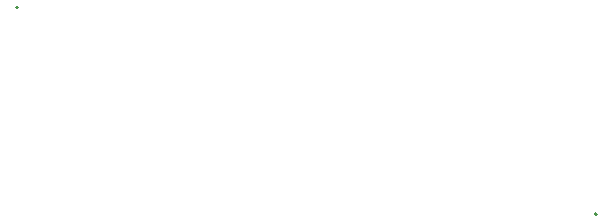
<source format=gbr>
G04 #@! TF.GenerationSoftware,KiCad,Pcbnew,(7.0.0)*
G04 #@! TF.CreationDate,2023-03-14T20:30:01-04:00*
G04 #@! TF.ProjectId,2ndmixer-2ndlo,326e646d-6978-4657-922d-326e646c6f2e,1*
G04 #@! TF.SameCoordinates,Original*
G04 #@! TF.FileFunction,Legend,Bot*
G04 #@! TF.FilePolarity,Positive*
%FSLAX46Y46*%
G04 Gerber Fmt 4.6, Leading zero omitted, Abs format (unit mm)*
G04 Created by KiCad (PCBNEW (7.0.0)) date 2023-03-14 20:30:01*
%MOMM*%
%LPD*%
G01*
G04 APERTURE LIST*
%ADD10C,0.200000*%
G04 APERTURE END LIST*
D10*
X151433200Y-91387200D02*
G75*
G03*
X151433200Y-91387200I-100000J0D01*
G01*
X200427800Y-108889800D02*
G75*
G03*
X200427800Y-108889800I-100000J0D01*
G01*
M02*

</source>
